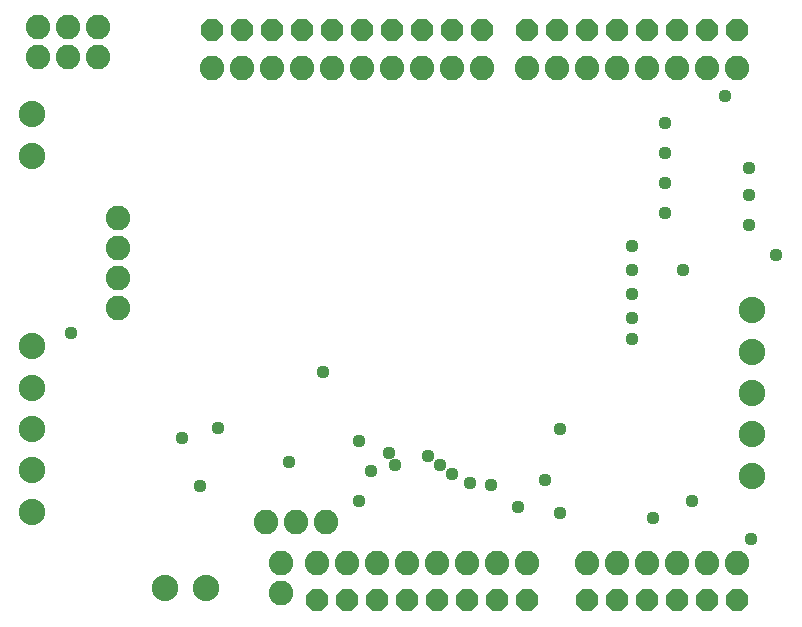
<source format=gbs>
G75*
G70*
%OFA0B0*%
%FSLAX24Y24*%
%IPPOS*%
%LPD*%
%AMOC8*
5,1,8,0,0,1.08239X$1,22.5*
%
%ADD10OC8,0.0740*%
%ADD11C,0.0820*%
%ADD12C,0.0880*%
%ADD13C,0.0440*%
D10*
X013752Y001500D03*
X014752Y001500D03*
X015752Y001500D03*
X016752Y001500D03*
X017752Y001500D03*
X018752Y001500D03*
X019752Y001500D03*
X020752Y001500D03*
X022752Y001500D03*
X023752Y001500D03*
X024752Y001500D03*
X025752Y001500D03*
X026752Y001500D03*
X027752Y001500D03*
X027752Y020500D03*
X026752Y020500D03*
X025752Y020500D03*
X024752Y020500D03*
X023752Y020500D03*
X022752Y020500D03*
X021752Y020500D03*
X020752Y020500D03*
X019252Y020500D03*
X018252Y020500D03*
X017252Y020500D03*
X016252Y020500D03*
X015252Y020500D03*
X014252Y020500D03*
X013252Y020500D03*
X012252Y020500D03*
X011252Y020500D03*
X010252Y020500D03*
D11*
X010252Y019250D03*
X011252Y019250D03*
X012252Y019250D03*
X013252Y019250D03*
X014252Y019250D03*
X015252Y019250D03*
X016252Y019250D03*
X017252Y019250D03*
X018252Y019250D03*
X019252Y019250D03*
X020752Y019250D03*
X021752Y019250D03*
X022752Y019250D03*
X023752Y019250D03*
X024752Y019250D03*
X025752Y019250D03*
X026752Y019250D03*
X027752Y019250D03*
X007102Y014250D03*
X007102Y013250D03*
X007102Y012250D03*
X007102Y011250D03*
X012052Y004100D03*
X013052Y004100D03*
X014052Y004100D03*
X013752Y002750D03*
X014752Y002750D03*
X015752Y002750D03*
X016752Y002750D03*
X017752Y002750D03*
X018752Y002750D03*
X019752Y002750D03*
X020752Y002750D03*
X022752Y002750D03*
X023752Y002750D03*
X024752Y002750D03*
X025752Y002750D03*
X026752Y002750D03*
X027752Y002750D03*
X012552Y002750D03*
X012552Y001750D03*
X006452Y019600D03*
X005452Y019600D03*
X004452Y019600D03*
X004452Y020600D03*
X005452Y020600D03*
X006452Y020600D03*
D12*
X004252Y004444D03*
X004252Y005822D03*
X004252Y007200D03*
X004252Y008578D03*
X004252Y009956D03*
X004252Y016311D03*
X004252Y017689D03*
X008663Y001900D03*
X010041Y001900D03*
X028252Y005644D03*
X028252Y007022D03*
X028252Y008400D03*
X028252Y009778D03*
X028252Y011156D03*
D13*
X025952Y012500D03*
X024252Y012500D03*
X024252Y011700D03*
X024252Y010900D03*
X024252Y010200D03*
X024252Y013300D03*
X025352Y014400D03*
X025352Y015400D03*
X025352Y016400D03*
X025352Y017400D03*
X027352Y018300D03*
X028152Y015900D03*
X028152Y015000D03*
X028152Y014000D03*
X029052Y013000D03*
X021852Y007200D03*
X021352Y005500D03*
X020452Y004600D03*
X019552Y005350D03*
X018852Y005400D03*
X018252Y005700D03*
X017852Y006000D03*
X017452Y006300D03*
X016352Y006000D03*
X016152Y006400D03*
X015552Y005800D03*
X015152Y004800D03*
X012802Y006100D03*
X015152Y006800D03*
X013952Y009100D03*
X010452Y007250D03*
X009252Y006900D03*
X009852Y005300D03*
X005552Y010400D03*
X021852Y004400D03*
X024952Y004250D03*
X026252Y004800D03*
X028202Y003550D03*
M02*

</source>
